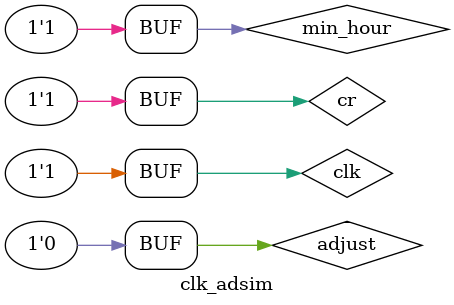
<source format=v>
`timescale 1ns / 1ps
module clk_adsim;

	// Inputs
	reg clk;
	reg adjust;
	reg cr;
	reg min_hour;

	// Outputs
	wire [3:0] bcd_su;
	wire [3:0] bcd_st;
	wire [3:0] bcd_mu;
	wire [3:0] bcd_mt;
	wire [3:0] bcd_hu;
	wire [3:0] bcd_ht;

	// Instantiate the Unit Under Test (UUT)
	clock_adjust uut (
		.clk(clk), 
		.adjust(adjust), 
		.cr(cr), 
		.min_hour(min_hour), 
		.bcd_su(bcd_su), 
		.bcd_st(bcd_st), 
		.bcd_mu(bcd_mu), 
		.bcd_mt(bcd_mt), 
		.bcd_hu(bcd_hu), 
		.bcd_ht(bcd_ht)
	);
	parameter PERIOD =10;
	always begin
	clk=1'b0;
	#(PERIOD/2)clk=1'b1;
	#(PERIOD/2);
	end
	initial begin
		// Initialize Inputs
		clk = 0;
		adjust = 0;
		cr = 0;
		min_hour = 0;

		// Wait 100 ns for global reset to finish
		#10;
		adjust=0;
		cr=1;
		min_hour=0;
		#1000000;//Õý³£¼ÆÊ±100 0000ns
		adjust=1;
		min_hour=0;
		#100;//Ð£Ê±100ns
		min_hour=1;
		#100;//Ð£·Ö100ns
		adjust=0;//»Ö¸´Õý³£¼ÆÊ±      
		// Add stimulus here
	end     
endmodule
</source>
